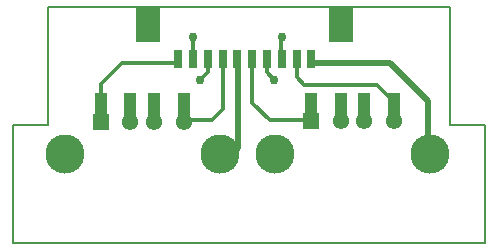
<source format=gtl>
G75*
%MOIN*%
%OFA0B0*%
%FSLAX25Y25*%
%IPPOS*%
%LPD*%
%AMOC8*
5,1,8,0,0,1.08239X$1,22.5*
%
%ADD10C,0.00600*%
%ADD11C,0.13055*%
%ADD12R,0.04409X0.11339*%
%ADD13R,0.03150X0.06299*%
%ADD14R,0.08268X0.11811*%
%ADD15C,0.02000*%
%ADD16C,0.01200*%
%ADD17R,0.05433X0.05433*%
%ADD18C,0.05433*%
%ADD19C,0.02978*%
D10*
X0001300Y0012452D02*
X0158780Y0012452D01*
X0158780Y0051764D01*
X0146969Y0051764D01*
X0146969Y0091192D01*
X0013111Y0091192D01*
X0013111Y0051764D01*
X0001300Y0051764D01*
X0001300Y0012452D01*
D11*
X0018598Y0042260D03*
X0070330Y0042260D03*
X0088716Y0042260D03*
X0140448Y0042260D03*
D12*
X0128361Y0056709D03*
X0118519Y0056709D03*
X0110645Y0056709D03*
X0100802Y0056709D03*
X0058243Y0056709D03*
X0048401Y0056709D03*
X0040527Y0056709D03*
X0030684Y0056709D03*
D13*
X0056509Y0073723D03*
X0061430Y0073723D03*
X0066352Y0073723D03*
X0071273Y0073723D03*
X0076194Y0073723D03*
X0081115Y0073723D03*
X0086037Y0073723D03*
X0090958Y0073723D03*
X0095879Y0073723D03*
X0100801Y0073723D03*
D14*
X0110835Y0085175D03*
X0046472Y0085180D03*
D15*
X0076350Y0073214D02*
X0076350Y0044081D01*
X0075563Y0043293D01*
X0101547Y0072427D02*
X0127019Y0072427D01*
X0139617Y0059829D01*
X0139657Y0046364D01*
D16*
X0127269Y0060606D02*
X0122582Y0065262D01*
X0098476Y0065262D01*
X0096035Y0067703D01*
X0096035Y0073214D01*
X0090875Y0075408D02*
X0090875Y0081010D01*
X0086073Y0072457D02*
X0086073Y0069346D01*
X0088516Y0066902D01*
X0081075Y0072427D02*
X0081075Y0059199D01*
X0086901Y0053372D01*
X0100287Y0053372D01*
X0071249Y0057011D02*
X0071249Y0072783D01*
X0066380Y0072494D02*
X0066380Y0069494D01*
X0063789Y0066902D01*
X0055878Y0072427D02*
X0037767Y0072427D01*
X0030681Y0065340D01*
X0030681Y0058175D01*
X0058240Y0053451D02*
X0067689Y0053451D01*
X0071249Y0057011D01*
X0061389Y0075577D02*
X0061389Y0081088D01*
D17*
X0030686Y0052940D03*
X0100722Y0053023D03*
D18*
X0110574Y0053023D03*
X0118442Y0053023D03*
X0128292Y0053023D03*
X0058256Y0052940D03*
X0048406Y0052940D03*
X0040538Y0052940D03*
D19*
X0063752Y0066915D03*
X0061389Y0081088D03*
X0088500Y0066915D03*
X0090900Y0081088D03*
M02*

</source>
